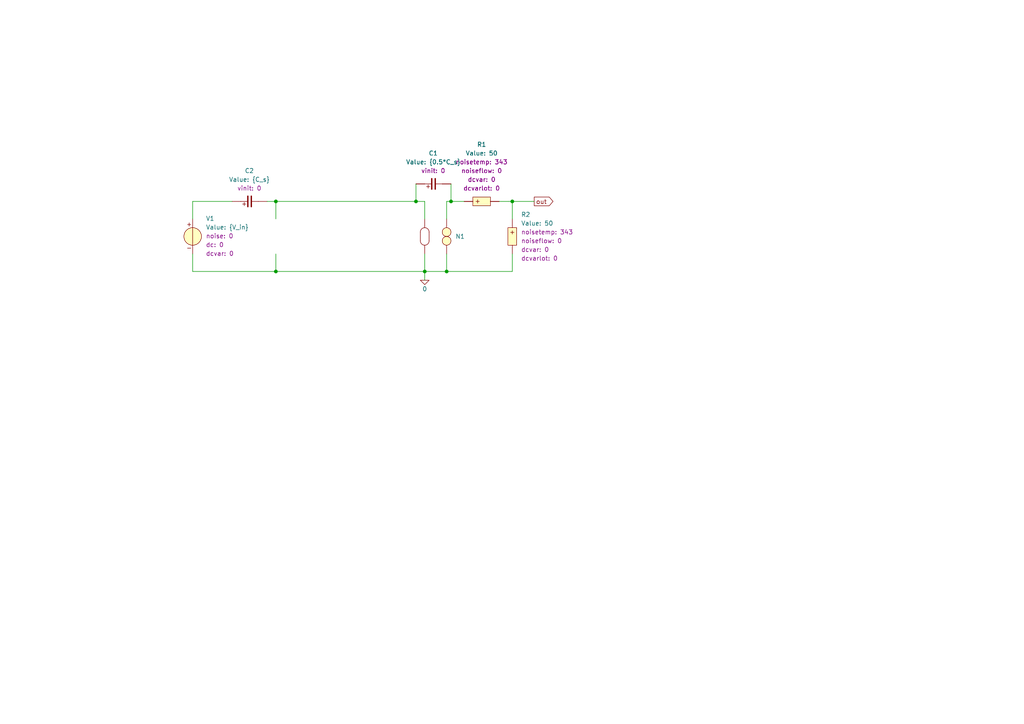
<source format=kicad_sch>
(kicad_sch (version 20250114) (generator "eeschema") (generator_version "9.0")
  (paper "A4")
  (lib_symbols
    (symbol "SLiCAP:C" (pin_numbers (hide yes)) (pin_names (offset 1.016) (hide yes))
      (property "Reference" "C?" (at 2.54 3.81 0))
      (property "Value" "?" (at 2.54 1.27 0) (show_name))
      (property "vinit" "0" (at 2.54 -1.27 0) (show_name))
      (symbol "C_0_0"
        (text "+" (at -0.762 1.651 0) (effects (font (size 1.27 1.27))))
      )
      (symbol "C_0_1"
        (polyline (pts (xy -1.524 0.508) (xy 1.524 0.508)) (stroke (width 0.381)))
        (polyline (pts (xy -1.524 -0.508) (xy 1.524 -0.508)) (stroke (width 0.381)))
        (polyline (pts (xy 0 2.54) (xy 0 0.508)))
        (polyline (pts (xy 0 -2.54) (xy 0 -0.508)))
      )
      (symbol "C_1_0"
        (pin passive line (at 0 5.08 270) (length 2.54) (name "1") (number "1"))
        (pin passive line (at 0 -5.08 90) (length 2.54) (name "2") (number "2"))
      )
    )
    (symbol "SLiCAP:GND" (power) (pin_numbers (hide yes)) (pin_names (offset 0) (hide yes))
      (property "Value" "0" (at 0 -2.54 0))
      (symbol "GND_0_1"
        (polyline (pts (xy -1.27 0) (xy 0 -1.27) (xy 1.27 0) (xy -1.27 0)))
      )
      (symbol "GND_1_1"
        (pin power_in line (at 0 0 0) (length 0) (name "~") (number "1"))
      )
    )
    (symbol "SLiCAP:N" (pin_numbers (hide yes)) (pin_names (offset 0) (hide yes))
      (property "Reference" "N?" (at 1.905 0 0))
      (symbol "N_0_1"
        (polyline (pts (xy -7.62 1.27) (xy -7.62 -1.27)))
        (arc (start -5.08 -1.27) (mid -5.452 -2.168) (end -6.35 -2.54))
        (arc (start -6.3499 2.5401) (mid -5.4519 2.1681) (end -5.0799 1.2701))
        (arc (start -6.35 -2.54) (mid -7.248 -2.168) (end -7.62 -1.27))
        (arc (start -7.6199 1.2701) (mid -7.2479 2.1681) (end -6.3499 2.5401))
      )
      (symbol "N_1_0"
        (pin power_out line (at 0 5.08 270) (length 2.54) (name "outP") (number "1"))
        (pin power_out line (at 0 -5.08 90) (length 2.54) (name "outN") (number "2"))
      )
      (symbol "N_1_1"
        (polyline (pts (xy -5.08 1.27) (xy -5.08 -1.27)) (fill (type background)))
        (circle (center 0 1.27) (radius 1.27) (fill (type background)))
        (circle (center 0 -1.27) (radius 1.27) (fill (type background)))
        (pin input line (at -6.35 5.08 270) (length 2.54) (name "inp") (number "3"))
        (pin input line (at -6.35 -5.08 90) (length 2.54) (name "inN") (number "4"))
      )
    )
    (symbol "SLiCAP:R" (pin_numbers (hide yes)) (pin_names (offset 1.016) (hide yes))
      (property "Reference" "R?" (at 1.905 3.81 0))
      (property "Value" "?" (at 1.905 1.905 0) (show_name))
      (property "noisetemp" "0" (at 1.905 0 0) (show_name))
      (property "noiseflow" "0" (at 15.24 0 0) (show_name))
      (property "dcvar" "0" (at 1.905 -1.905 0) (show_name))
      (property "dcvarlot" "0" (at 15.24 -1.905 0) (show_name))
      (symbol "R_0_0"
        (text "+" (at 0 1.27 0) (effects (font (size 1.27 1.27))))
      )
      (symbol "R_1_0"
        (pin passive line (at 0 5.08 270) (length 2.54) (name "1") (number "1"))
        (pin passive line (at 0 -5.08 90) (length 2.54) (name "2") (number "2"))
      )
      (symbol "R_1_1"
        (rectangle (start -1.27 2.54) (end 1.27 -2.54) (fill (type background)))
      )
    )
    (symbol "SLiCAP:V" (pin_numbers (hide yes)) (pin_names (offset 0) (hide yes))
      (property "Reference" "V?" (at 3.175 4.445 0))
      (property "Value" "?" (at 3.175 2.54 0) (show_name))
      (property "noise" "0" (at 3.175 -3.175 0) (show_name))
      (property "dc" "0" (at 3.175 0.635 0) (show_name))
      (property "dcvar" "0" (at 3.175 -1.27 0) (show_name))
      (symbol "V_0_0"
        (text "+" (at -1.016 3.556 0) (effects (font (size 1.27 1.27))))
        (text "-" (at -1.016 -3.302 0) (effects (font (size 1.27 1.27))))
        (pin power_out line (at 0 5.08 270) (length 2.54) (name "p") (number "1"))
        (pin power_out line (at 0 -5.08 90) (length 2.54) (name "n") (number "2"))
      )
      (symbol "V_0_1"
        (polyline (pts (xy 0 2.54) (xy 0 -2.54)))
      )
      (symbol "V_1_0"
        (circle (center 0 0) (radius 2.54) (fill (type background)))
      )
    )
  )
  (junction (at 148.59 58.42))
  (junction (at 123.19 78.74))
  (junction (at 129.54 78.74))
  (junction (at 120.65 58.42))
  (junction (at 130.81 58.42))
  (junction (at 80.01 78.74))
  (junction (at 80.01 58.42))
  (wire (pts (xy 129.54 73.66) (xy 129.54 78.74)))
  (wire (pts (xy 120.65 58.42) (xy 123.19 58.42)))
  (wire (pts (xy 120.65 53.34) (xy 120.65 58.42)))
  (wire (pts (xy 80.01 78.74) (xy 123.19 78.74)))
  (wire (pts (xy 55.88 73.66) (xy 55.88 78.74)))
  (wire (pts (xy 123.19 78.74) (xy 123.19 81.28)))
  (wire (pts (xy 55.88 78.74) (xy 80.01 78.74)))
  (wire (pts (xy 130.81 53.34) (xy 130.81 58.42)))
  (wire (pts (xy 80.01 58.42) (xy 77.47 58.42)))
  (wire (pts (xy 55.88 58.42) (xy 67.31 58.42)))
  (wire (pts (xy 130.81 58.42) (xy 134.62 58.42)))
  (wire (pts (xy 80.01 58.42) (xy 120.65 58.42)))
  (wire (pts (xy 55.88 63.5) (xy 55.88 58.42)))
  (wire (pts (xy 80.01 58.42) (xy 80.01 63.5)))
  (wire (pts (xy 148.59 78.74) (xy 148.59 73.66)))
  (wire (pts (xy 129.54 58.42) (xy 130.81 58.42)))
  (wire (pts (xy 148.59 58.42) (xy 148.59 63.5)))
  (wire (pts (xy 123.19 63.5) (xy 123.19 58.42)))
  (wire (pts (xy 80.01 73.66) (xy 80.01 78.74)))
  (wire (pts (xy 144.78 58.42) (xy 148.59 58.42)))
  (wire (pts (xy 123.19 73.66) (xy 123.19 78.74)))
  (wire (pts (xy 148.59 58.42) (xy 154.94 58.42)))
  (wire (pts (xy 129.54 78.74) (xy 148.59 78.74)))
  (wire (pts (xy 123.19 78.74) (xy 129.54 78.74)))
  (wire (pts (xy 129.54 58.42) (xy 129.54 63.5)))
  (global_label "out" (shape output) (at 154.94 58.42 0) (property "Intersheetrefs" "${INTERSHEET_REFS}" (effects (hide yes))))
  (symbol (lib_id "SLiCAP:R") (at 139.7 58.42 90) (unit 1)
    (property "Reference" "R1" (at 139.7 41.91 90))
    (property "Value" "50" (at 139.7 44.45 90) (show_name yes))
    (property "Description" "Resistor (cannot have zero resistance)" (effects (hide yes)))
    (property "model" "R" (effects (hide yes)))
    (property "noisetemp" "343" (at 139.7 46.99 90) (show_name yes))
    (property "noiseflow" "0" (at 139.7 49.53 90) (show_name yes))
    (property "dcvar" "0" (at 139.7 52.07 90) (show_name yes))
    (property "dcvarlot" "0" (at 139.7 54.61 90) (show_name yes))
  )
  (symbol (lib_id "SLiCAP:R") (at 148.59 68.58 0) (unit 1)
    (property "Reference" "R2" (at 151.13 62.2299 0) (effects (justify left)))
    (property "Value" "50" (at 151.13 64.7699 0) (show_name yes) (effects (justify left)))
    (property "Description" "Resistor (cannot have zero resistance)" (effects (hide yes)))
    (property "model" "R" (effects (hide yes)))
    (property "noisetemp" "343" (at 151.13 67.3099 0) (show_name yes) (effects (justify left)))
    (property "noiseflow" "0" (at 151.13 69.8499 0) (show_name yes) (effects (justify left)))
    (property "dcvar" "0" (at 151.13 72.3899 0) (show_name yes) (effects (justify left)))
    (property "dcvarlot" "0" (at 151.13 74.9299 0) (show_name yes) (effects (justify left)))
  )
  (symbol (lib_id "SLiCAP:V") (at 55.88 68.58 0) (unit 1)
    (property "Reference" "V1" (at 59.69 63.3729 0) (effects (justify left)))
    (property "Value" "{V_in}" (at 59.69 65.9129 0) (show_name yes) (effects (justify left)))
    (property "Description" "Independent voltage source" (effects (hide yes)))
    (property "noise" "0" (at 59.69 68.4529 0) (show_name yes) (effects (justify left)))
    (property "dc" "0" (at 59.69 70.9929 0) (show_name yes) (effects (justify left)))
    (property "dcvar" "0" (at 59.69 73.5329 0) (show_name yes) (effects (justify left)))
    (property "model" "V" (effects (hide yes)))
  )
  (symbol (lib_id "SLiCAP:N") (at 129.54 68.58 0) (unit 1)
    (property "Reference" "N1" (at 132.08 68.5798 0) (effects (justify left)))
    (property "Description" "Nullor" (effects (hide yes)))
    (property "model" "N" (effects (hide yes)))
  )
  (symbol (lib_id "SLiCAP:GND") (at 123.19 81.28 0) (unit 1)
    (property "Reference" "#01" (effects (hide yes)))
    (property "Value" "0" (at 123.19 83.82 0))
    (property "Description" "0V reference potential" (effects (hide yes)))
  )
  (symbol (lib_id "SLiCAP:C") (at 72.39 58.42 90) (unit 1)
    (property "Reference" "C2" (at 72.3237 49.53 90))
    (property "Value" "{C_s}" (at 72.3237 52.07 90) (show_name yes))
    (property "Description" "Capacitor" (effects (hide yes)))
    (property "model" "C" (effects (hide yes)))
    (property "vinit" "0" (at 72.3237 54.61 90) (show_name yes))
  )
  (symbol (lib_id "SLiCAP:C") (at 125.73 53.34 90) (unit 1)
    (property "Reference" "C1" (at 125.6637 44.45 90))
    (property "Value" "{0.5*C_s}" (at 125.6637 46.99 90) (show_name yes))
    (property "Description" "Capacitor" (effects (hide yes)))
    (property "model" "C" (effects (hide yes)))
    (property "vinit" "0" (at 125.6637 49.53 90) (show_name yes))
  )
)
</source>
